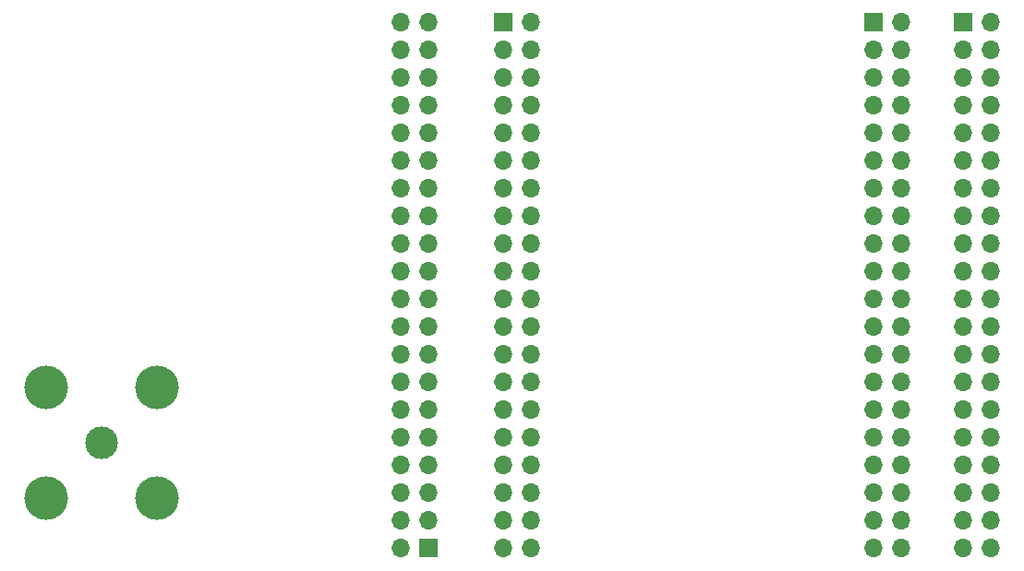
<source format=gbr>
G04 #@! TF.FileFunction,Soldermask,Bot*
%FSLAX46Y46*%
G04 Gerber Fmt 4.6, Leading zero omitted, Abs format (unit mm)*
G04 Created by KiCad (PCBNEW 4.0.7) date 04/16/18 15:15:31*
%MOMM*%
%LPD*%
G01*
G04 APERTURE LIST*
%ADD10C,0.100000*%
%ADD11R,1.700000X1.700000*%
%ADD12O,1.700000X1.700000*%
%ADD13C,3.000000*%
%ADD14C,4.000000*%
G04 APERTURE END LIST*
D10*
D11*
X196850000Y-73152000D03*
D12*
X199390000Y-73152000D03*
X196850000Y-75692000D03*
X199390000Y-75692000D03*
X196850000Y-78232000D03*
X199390000Y-78232000D03*
X196850000Y-80772000D03*
X199390000Y-80772000D03*
X196850000Y-83312000D03*
X199390000Y-83312000D03*
X196850000Y-85852000D03*
X199390000Y-85852000D03*
X196850000Y-88392000D03*
X199390000Y-88392000D03*
X196850000Y-90932000D03*
X199390000Y-90932000D03*
X196850000Y-93472000D03*
X199390000Y-93472000D03*
X196850000Y-96012000D03*
X199390000Y-96012000D03*
X196850000Y-98552000D03*
X199390000Y-98552000D03*
X196850000Y-101092000D03*
X199390000Y-101092000D03*
X196850000Y-103632000D03*
X199390000Y-103632000D03*
X196850000Y-106172000D03*
X199390000Y-106172000D03*
X196850000Y-108712000D03*
X199390000Y-108712000D03*
X196850000Y-111252000D03*
X199390000Y-111252000D03*
X196850000Y-113792000D03*
X199390000Y-113792000D03*
X196850000Y-116332000D03*
X199390000Y-116332000D03*
X196850000Y-118872000D03*
X199390000Y-118872000D03*
X196850000Y-121412000D03*
X199390000Y-121412000D03*
D11*
X154686000Y-73152000D03*
D12*
X157226000Y-73152000D03*
X154686000Y-75692000D03*
X157226000Y-75692000D03*
X154686000Y-78232000D03*
X157226000Y-78232000D03*
X154686000Y-80772000D03*
X157226000Y-80772000D03*
X154686000Y-83312000D03*
X157226000Y-83312000D03*
X154686000Y-85852000D03*
X157226000Y-85852000D03*
X154686000Y-88392000D03*
X157226000Y-88392000D03*
X154686000Y-90932000D03*
X157226000Y-90932000D03*
X154686000Y-93472000D03*
X157226000Y-93472000D03*
X154686000Y-96012000D03*
X157226000Y-96012000D03*
X154686000Y-98552000D03*
X157226000Y-98552000D03*
X154686000Y-101092000D03*
X157226000Y-101092000D03*
X154686000Y-103632000D03*
X157226000Y-103632000D03*
X154686000Y-106172000D03*
X157226000Y-106172000D03*
X154686000Y-108712000D03*
X157226000Y-108712000D03*
X154686000Y-111252000D03*
X157226000Y-111252000D03*
X154686000Y-113792000D03*
X157226000Y-113792000D03*
X154686000Y-116332000D03*
X157226000Y-116332000D03*
X154686000Y-118872000D03*
X157226000Y-118872000D03*
X154686000Y-121412000D03*
X157226000Y-121412000D03*
D13*
X117856000Y-111760000D03*
D14*
X122936000Y-116840000D03*
X112776000Y-116840000D03*
X112776000Y-106680000D03*
X122936000Y-106680000D03*
D11*
X147828000Y-121412000D03*
D12*
X145288000Y-121412000D03*
X147828000Y-118872000D03*
X145288000Y-118872000D03*
X147828000Y-116332000D03*
X145288000Y-116332000D03*
X147828000Y-113792000D03*
X145288000Y-113792000D03*
X147828000Y-111252000D03*
X145288000Y-111252000D03*
X147828000Y-108712000D03*
X145288000Y-108712000D03*
X147828000Y-106172000D03*
X145288000Y-106172000D03*
X147828000Y-103632000D03*
X145288000Y-103632000D03*
X147828000Y-101092000D03*
X145288000Y-101092000D03*
X147828000Y-98552000D03*
X145288000Y-98552000D03*
X147828000Y-96012000D03*
X145288000Y-96012000D03*
X147828000Y-93472000D03*
X145288000Y-93472000D03*
X147828000Y-90932000D03*
X145288000Y-90932000D03*
X147828000Y-88392000D03*
X145288000Y-88392000D03*
X147828000Y-85852000D03*
X145288000Y-85852000D03*
X147828000Y-83312000D03*
X145288000Y-83312000D03*
X147828000Y-80772000D03*
X145288000Y-80772000D03*
X147828000Y-78232000D03*
X145288000Y-78232000D03*
X147828000Y-75692000D03*
X145288000Y-75692000D03*
X147828000Y-73152000D03*
X145288000Y-73152000D03*
D11*
X188595000Y-73152000D03*
D12*
X191135000Y-73152000D03*
X188595000Y-75692000D03*
X191135000Y-75692000D03*
X188595000Y-78232000D03*
X191135000Y-78232000D03*
X188595000Y-80772000D03*
X191135000Y-80772000D03*
X188595000Y-83312000D03*
X191135000Y-83312000D03*
X188595000Y-85852000D03*
X191135000Y-85852000D03*
X188595000Y-88392000D03*
X191135000Y-88392000D03*
X188595000Y-90932000D03*
X191135000Y-90932000D03*
X188595000Y-93472000D03*
X191135000Y-93472000D03*
X188595000Y-96012000D03*
X191135000Y-96012000D03*
X188595000Y-98552000D03*
X191135000Y-98552000D03*
X188595000Y-101092000D03*
X191135000Y-101092000D03*
X188595000Y-103632000D03*
X191135000Y-103632000D03*
X188595000Y-106172000D03*
X191135000Y-106172000D03*
X188595000Y-108712000D03*
X191135000Y-108712000D03*
X188595000Y-111252000D03*
X191135000Y-111252000D03*
X188595000Y-113792000D03*
X191135000Y-113792000D03*
X188595000Y-116332000D03*
X191135000Y-116332000D03*
X188595000Y-118872000D03*
X191135000Y-118872000D03*
X188595000Y-121412000D03*
X191135000Y-121412000D03*
M02*

</source>
